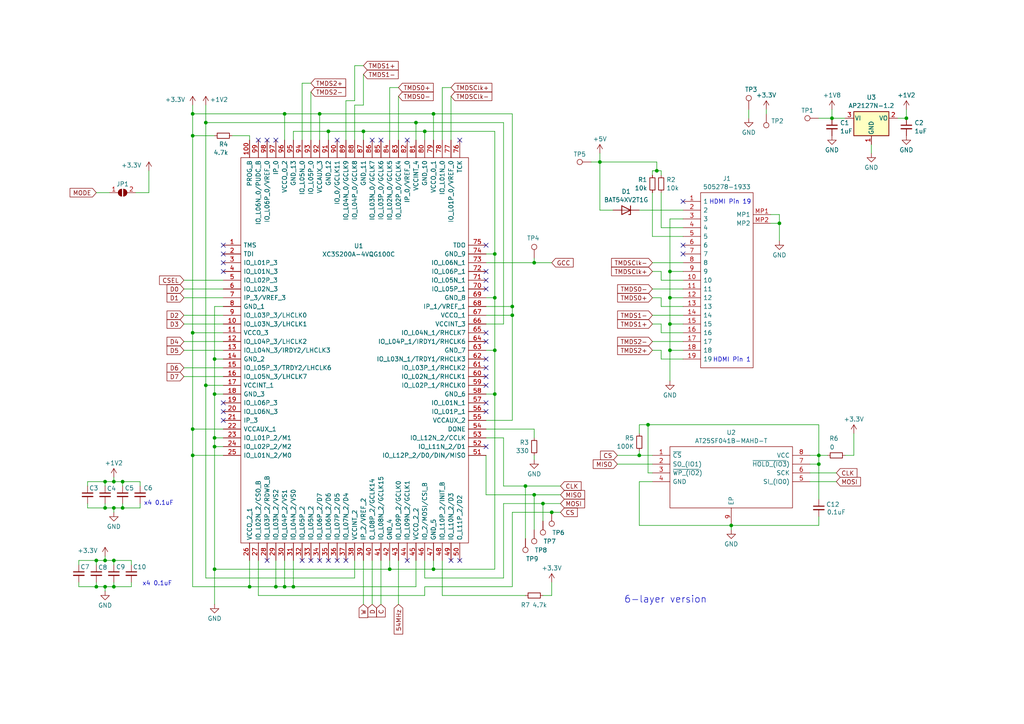
<source format=kicad_sch>
(kicad_sch (version 20231120) (generator "eeschema") (generator_version "8.0")
  (paper "A4")
  (lib_symbols
    (symbol "Connector:TestPoint" (pin_numbers hide) (pin_names (offset 0.762) hide)
      (property "Reference" "TP" (at 0 6.858 0))
      (property "Value" "TestPoint" (at 0 5.08 0))
      (symbol "TestPoint_1_1"
        (pin passive line (at 0 0 90) (length 2.54) (name "1") (number "1"))
      )
    )
    (symbol "Device:C_Small" (pin_numbers hide) (pin_names (offset 0.254) hide)
      (property "Reference" "C" (at 0.254 1.778 0))
      (property "Value" "C_Small" (at 0.254 -2.032 0))
      (symbol "C_Small_1_1"
        (pin passive line (at 0 2.54 270) (length 2.032) (name "~") (number "1"))
        (pin passive line (at 0 -2.54 90) (length 2.032) (name "~") (number "2"))
      )
    )
    (symbol "Device:R_Small" (pin_numbers hide) (pin_names (offset 0.254) hide)
      (property "Reference" "R" (at 0.762 0.508 0))
      (property "Value" "R_Small" (at 0.762 -1.016 0))
      (symbol "R_Small_1_1"
        (pin passive line (at 0 2.54 270) (length 0.762) (name "~") (number "1"))
        (pin passive line (at 0 -2.54 90) (length 0.762) (name "~") (number "2"))
      )
    )
    (symbol "Diode:MM5Zxx" (pin_numbers hide) (pin_names hide)
      (property "Reference" "D" (at 0 2.54 0))
      (property "Value" "MM5Zxx" (at 0 -2.54 0))
      (symbol "MM5Zxx_1_1"
        (pin passive line (at -3.81 0 0) (length 2.54) (name "K") (number "1"))
        (pin passive line (at 3.81 0 180) (length 2.54) (name "A") (number "2"))
      )
    )
    (symbol "Jumper:SolderJumper_2_Open" (pin_names (offset 0) hide)
      (property "Reference" "JP" (at 0 2.032 0))
      (property "Value" "SolderJumper_2_Open" (at 0 -2.54 0))
      (symbol "SolderJumper_2_Open_1_1"
        (pin passive line (at -3.81 0 0) (length 2.54) (name "A") (number "1"))
        (pin passive line (at 3.81 0 180) (length 2.54) (name "B") (number "2"))
      )
    )
    (symbol "Regulator_Linear:AP2127N-1.2" (pin_names (offset 0.254))
      (property "Reference" "U" (at -3.81 3.175 0))
      (property "Value" "AP2127N-1.2" (at 0 3.175 0))
      (symbol "AP2127N-1.2_1_1"
        (pin power_in line (at 0 -7.62 90) (length 2.54) (name "GND") (number "1"))
        (pin power_out line (at 7.62 0 180) (length 2.54) (name "VO") (number "2"))
        (pin power_in line (at -7.62 0 0) (length 2.54) (name "VI") (number "3"))
      )
    )
    (symbol "SamacSys_Parts:505278-1933" (pin_names (offset 0.762))
      (property "Reference" "J23" (at 12.7 6.6337 0))
      (property "Value" "505278-1933" (at 12.7 4.2094 0))
      (symbol "505278-1933_0_0"
        (pin passive line (at 25.4 0 180) (length 5.08) (name "1") (number "1"))
        (pin passive line (at 25.4 -22.86 180) (length 5.08) (name "10") (number "10"))
        (pin passive line (at 25.4 -25.4 180) (length 5.08) (name "11") (number "11"))
        (pin passive line (at 25.4 -27.94 180) (length 5.08) (name "12") (number "12"))
        (pin passive line (at 25.4 -30.48 180) (length 5.08) (name "13") (number "13"))
        (pin passive line (at 25.4 -33.02 180) (length 5.08) (name "14") (number "14"))
        (pin passive line (at 25.4 -35.56 180) (length 5.08) (name "15") (number "15"))
        (pin passive line (at 25.4 -38.1 180) (length 5.08) (name "16") (number "16"))
        (pin passive line (at 25.4 -40.64 180) (length 5.08) (name "17") (number "17"))
        (pin passive line (at 25.4 -43.18 180) (length 5.08) (name "18") (number "18"))
        (pin passive line (at 25.4 -45.72 180) (length 5.08) (name "19") (number "19"))
        (pin passive line (at 25.4 -2.54 180) (length 5.08) (name "2") (number "2"))
        (pin passive line (at 25.4 -5.08 180) (length 5.08) (name "3") (number "3"))
        (pin passive line (at 25.4 -7.62 180) (length 5.08) (name "4") (number "4"))
        (pin passive line (at 25.4 -10.16 180) (length 5.08) (name "5") (number "5"))
        (pin passive line (at 25.4 -12.7 180) (length 5.08) (name "6") (number "6"))
        (pin passive line (at 25.4 -15.24 180) (length 5.08) (name "7") (number "7"))
        (pin passive line (at 25.4 -17.78 180) (length 5.08) (name "8") (number "8"))
        (pin passive line (at 25.4 -20.32 180) (length 5.08) (name "9") (number "9"))
        (pin passive line (at 0 -3.81 0) (length 5.08) (name "MP1") (number "MP1"))
        (pin passive line (at 0 -6.35 0) (length 5.08) (name "MP2") (number "MP2"))
      )
    )
    (symbol "SamacSys_Parts:AT25SF041B-MAHD-T" (pin_names (offset 0.762))
      (property "Reference" "IC" (at 41.91 7.62 0))
      (property "Value" "AT25SF041B-MAHD-T" (at 41.91 5.08 0))
      (symbol "AT25SF041B-MAHD-T_0_0"
        (pin passive line (at 0 0 0) (length 5.08) (name "~{CS}") (number "1"))
        (pin passive line (at 0 -2.54 0) (length 5.08) (name "SO_(IO1)") (number "2"))
        (pin passive line (at 0 -5.08 0) (length 5.08) (name "~{WP_(IO2})") (number "3"))
        (pin passive line (at 0 -7.62 0) (length 5.08) (name "GND") (number "4"))
        (pin passive line (at 45.72 -7.62 180) (length 5.08) (name "SI_(IO0)") (number "5"))
        (pin passive line (at 45.72 -5.08 180) (length 5.08) (name "SCK") (number "6"))
        (pin passive line (at 45.72 -2.54 180) (length 5.08) (name "~{HOLD_(IO3})") (number "7"))
        (pin passive line (at 45.72 0 180) (length 5.08) (name "VCC") (number "8"))
        (pin passive line (at 22.86 -20.32 90) (length 5.08) (name "EP") (number "9"))
      )
    )
    (symbol "SamacSys_Parts:XC3S200A-4VQG100C" (pin_names (offset 0.762))
      (property "Reference" "IC" (at 72.39 30.48 0))
      (property "Value" "XC3S200A-4VQG100C" (at 72.39 27.94 0))
      (symbol "XC3S200A-4VQG100C_0_0"
        (pin passive line (at 0 0 0) (length 5.08) (name "TMS") (number "1"))
        (pin passive line (at 0 -22.86 0) (length 5.08) (name "IO_L03N_3/LHCLK1") (number "10"))
        (pin passive line (at 7.62 30.48 270) (length 5.08) (name "PROG_B") (number "100"))
        (pin passive line (at 0 -25.4 0) (length 5.08) (name "VCCO_3") (number "11"))
        (pin passive line (at 0 -27.94 0) (length 5.08) (name "IO_L04P_3/LHCLK2") (number "12"))
        (pin passive line (at 0 -30.48 0) (length 5.08) (name "IO_L04N_3/IRDY2/LHCLK3") (number "13"))
        (pin passive line (at 0 -33.02 0) (length 5.08) (name "GND_2") (number "14"))
        (pin passive line (at 0 -35.56 0) (length 5.08) (name "IO_L05P_3/TRDY2/LHCLK6") (number "15"))
        (pin passive line (at 0 -38.1 0) (length 5.08) (name "IO_L05N_3/LHCLK7") (number "16"))
        (pin passive line (at 0 -40.64 0) (length 5.08) (name "VCCINT_1") (number "17"))
        (pin passive line (at 0 -43.18 0) (length 5.08) (name "GND_3") (number "18"))
        (pin passive line (at 0 -45.72 0) (length 5.08) (name "IO_L06P_3") (number "19"))
        (pin passive line (at 0 -2.54 0) (length 5.08) (name "TDI") (number "2"))
        (pin passive line (at 0 -48.26 0) (length 5.08) (name "IO_L06N_3") (number "20"))
        (pin passive line (at 0 -50.8 0) (length 5.08) (name "IP_3") (number "21"))
        (pin passive line (at 0 -53.34 0) (length 5.08) (name "VCCAUX_1") (number "22"))
        (pin passive line (at 0 -55.88 0) (length 5.08) (name "IO_L01P_2/M1") (number "23"))
        (pin passive line (at 0 -58.42 0) (length 5.08) (name "IO_L02P_2/M2") (number "24"))
        (pin passive line (at 0 -60.96 0) (length 5.08) (name "IO_L01N_2/M0") (number "25"))
        (pin passive line (at 7.62 -91.44 90) (length 5.08) (name "VCCO_2_1") (number "26"))
        (pin passive line (at 10.16 -91.44 90) (length 5.08) (name "IO_L02N_2/CSO_B") (number "27"))
        (pin passive line (at 12.7 -91.44 90) (length 5.08) (name "IO_L03P_2/RDWR_B") (number "28"))
        (pin passive line (at 15.24 -91.44 90) (length 5.08) (name "IO_L03N_2/VS2") (number "29"))
        (pin passive line (at 0 -5.08 0) (length 5.08) (name "IO_L01P_3") (number "3"))
        (pin passive line (at 17.78 -91.44 90) (length 5.08) (name "IO_L04P_2/VS1") (number "30"))
        (pin passive line (at 20.32 -91.44 90) (length 5.08) (name "IO_L04N_2/VS0") (number "31"))
        (pin passive line (at 22.86 -91.44 90) (length 5.08) (name "IO_L05P_2") (number "32"))
        (pin passive line (at 25.4 -91.44 90) (length 5.08) (name "IO_L05N_2") (number "33"))
        (pin passive line (at 27.94 -91.44 90) (length 5.08) (name "IO_L06P_2/D7") (number "34"))
        (pin passive line (at 30.48 -91.44 90) (length 5.08) (name "IO_L06N_2/D6") (number "35"))
        (pin passive line (at 33.02 -91.44 90) (length 5.08) (name "IO_L07P_2/D5") (number "36"))
        (pin passive line (at 35.56 -91.44 90) (length 5.08) (name "IO_L07N_2/D4") (number "37"))
        (pin passive line (at 38.1 -91.44 90) (length 5.08) (name "VCCINT_2") (number "38"))
        (pin passive line (at 40.64 -91.44 90) (length 5.08) (name "IP_2/VREF_2") (number "39"))
        (pin passive line (at 0 -7.62 0) (length 5.08) (name "IO_L01N_3") (number "4"))
        (pin passive line (at 43.18 -91.44 90) (length 5.08) (name "O_L08P_2/GCLK14") (number "40"))
        (pin passive line (at 45.72 -91.44 90) (length 5.08) (name "IO_L08N_2/GCLK15") (number "41"))
        (pin passive line (at 48.26 -91.44 90) (length 5.08) (name "GND_4") (number "42"))
        (pin passive line (at 50.8 -91.44 90) (length 5.08) (name "IO_L09P_2/GCLK0") (number "43"))
        (pin passive line (at 53.34 -91.44 90) (length 5.08) (name "IO_L09N_2/GCLK1") (number "44"))
        (pin passive line (at 55.88 -91.44 90) (length 5.08) (name "VCCO_2_2") (number "45"))
        (pin passive line (at 58.42 -91.44 90) (length 5.08) (name "IO_2/MOSI/CSI_B") (number "46"))
        (pin passive line (at 60.96 -91.44 90) (length 5.08) (name "GND_5") (number "47"))
        (pin passive line (at 63.5 -91.44 90) (length 5.08) (name "IO_L10P_2/INIT_B") (number "48"))
        (pin passive line (at 66.04 -91.44 90) (length 5.08) (name "IO_L10N_2/D3") (number "49"))
        (pin passive line (at 0 -10.16 0) (length 5.08) (name "IO_L02P_3") (number "5"))
        (pin passive line (at 68.58 -91.44 90) (length 5.08) (name "O_L11P_2/D2") (number "50"))
        (pin passive line (at 76.2 -60.96 180) (length 5.08) (name "IO_L12P_2/D0/DIN/MISO") (number "51"))
        (pin passive line (at 76.2 -58.42 180) (length 5.08) (name "IO_L11N_2/D1") (number "52"))
        (pin passive line (at 76.2 -55.88 180) (length 5.08) (name "IO_L12N_2/CCLK") (number "53"))
        (pin passive line (at 76.2 -53.34 180) (length 5.08) (name "DONE") (number "54"))
        (pin passive line (at 76.2 -50.8 180) (length 5.08) (name "VCCAUX_2") (number "55"))
        (pin passive line (at 76.2 -48.26 180) (length 5.08) (name "IO_L01P_1") (number "56"))
        (pin passive line (at 76.2 -45.72 180) (length 5.08) (name "IO_L01N_1") (number "57"))
        (pin passive line (at 76.2 -43.18 180) (length 5.08) (name "GND_6") (number "58"))
        (pin passive line (at 76.2 -40.64 180) (length 5.08) (name "IO_L02P_1/RHCLK0") (number "59"))
        (pin passive line (at 0 -12.7 0) (length 5.08) (name "IO_L02N_3") (number "6"))
        (pin passive line (at 76.2 -38.1 180) (length 5.08) (name "IO_L02N_1/RHCLK1") (number "60"))
        (pin passive line (at 76.2 -35.56 180) (length 5.08) (name "IO_L03P_1/RHCLK2") (number "61"))
        (pin passive line (at 76.2 -33.02 180) (length 5.08) (name "IO_L03N_1/TRDY1/RHCLK3") (number "62"))
        (pin passive line (at 76.2 -30.48 180) (length 5.08) (name "GND_7") (number "63"))
        (pin passive line (at 76.2 -27.94 180) (length 5.08) (name "IO_L04P_1/IRDY1/RHCLK6") (number "64"))
        (pin passive line (at 76.2 -25.4 180) (length 5.08) (name "IO_L04N_1/RHCLK7") (number "65"))
        (pin passive line (at 76.2 -22.86 180) (length 5.08) (name "VCCINT_3") (number "66"))
        (pin passive line (at 76.2 -20.32 180) (length 5.08) (name "VCCO_1") (number "67"))
        (pin passive line (at 76.2 -17.78 180) (length 5.08) (name "IP_1/VREF_1") (number "68"))
        (pin passive line (at 76.2 -15.24 180) (length 5.08) (name "GND_8") (number "69"))
        (pin passive line (at 0 -15.24 0) (length 5.08) (name "IP_3/VREF_3") (number "7"))
        (pin passive line (at 76.2 -12.7 180) (length 5.08) (name "IO_L05P_1") (number "70"))
        (pin passive line (at 76.2 -10.16 180) (length 5.08) (name "IO_L05N_1") (number "71"))
        (pin passive line (at 76.2 -7.62 180) (length 5.08) (name "IO_L06P_1") (number "72"))
        (pin passive line (at 76.2 -5.08 180) (length 5.08) (name "IO_L06N_1") (number "73"))
        (pin passive line (at 76.2 -2.54 180) (length 5.08) (name "GND_9") (number "74"))
        (pin passive line (at 76.2 0 180) (length 5.08) (name "TDO") (number "75"))
        (pin passive line (at 68.58 30.48 270) (length 5.08) (name "TCK") (number "76"))
        (pin passive line (at 66.04 30.48 270) (length 5.08) (name "IO_L01P_0/VREF_0") (number "77"))
        (pin passive line (at 63.5 30.48 270) (length 5.08) (name "IO_L01N_0") (number "78"))
        (pin passive line (at 60.96 30.48 270) (length 5.08) (name "VCCO_0_1") (number "79"))
        (pin passive line (at 0 -17.78 0) (length 5.08) (name "GND_1") (number "8"))
        (pin passive line (at 58.42 30.48 270) (length 5.08) (name "GND_10") (number "80"))
        (pin passive line (at 55.88 30.48 270) (length 5.08) (name "VCCINT_4") (number "81"))
        (pin passive line (at 53.34 30.48 270) (length 5.08) (name "IP_0/VREF_0") (number "82"))
        (pin passive line (at 50.8 30.48 270) (length 5.08) (name "IO_L02P_0/GCLK4") (number "83"))
        (pin passive line (at 48.26 30.48 270) (length 5.08) (name "IO_L02N_0/GCLK5") (number "84"))
        (pin passive line (at 45.72 30.48 270) (length 5.08) (name "IO_L03P_0/GCLK6") (number "85"))
        (pin passive line (at 43.18 30.48 270) (length 5.08) (name "IO_L03N_0/GCLK7") (number "86"))
        (pin passive line (at 40.64 30.48 270) (length 5.08) (name "GND_11") (number "87"))
        (pin passive line (at 38.1 30.48 270) (length 5.08) (name "IO_L04P_0/GCLK8") (number "88"))
        (pin passive line (at 35.56 30.48 270) (length 5.08) (name "IO_L04N_0/GCLK9") (number "89"))
        (pin passive line (at 0 -20.32 0) (length 5.08) (name "IO_L03P_3/LHCLK0") (number "9"))
        (pin passive line (at 33.02 30.48 270) (length 5.08) (name "IO_0/GCLK11") (number "90"))
        (pin passive line (at 30.48 30.48 270) (length 5.08) (name "GND_12") (number "91"))
        (pin passive line (at 27.94 30.48 270) (length 5.08) (name "VCCAUX_3") (number "92"))
        (pin passive line (at 25.4 30.48 270) (length 5.08) (name "IO_L05P_0") (number "93"))
        (pin passive line (at 22.86 30.48 270) (length 5.08) (name "IO_L05N_0") (number "94"))
        (pin passive line (at 20.32 30.48 270) (length 5.08) (name "GND_13") (number "95"))
        (pin passive line (at 17.78 30.48 270) (length 5.08) (name "VCCO_0_2") (number "96"))
        (pin passive line (at 15.24 30.48 270) (length 5.08) (name "IP_0") (number "97"))
        (pin passive line (at 12.7 30.48 270) (length 5.08) (name "IO_L06P_0/VREF_0") (number "98"))
        (pin passive line (at 10.16 30.48 270) (length 5.08) (name "IO_L06N_0/PUDC_B") (number "99"))
      )
    )
    (symbol "power:+1V2" (power) (pin_names (offset 0))
      (property "Value" "+1V2" (at 0 3.556 0))
      (symbol "+1V2_1_1"
        (pin power_in line (at 0 0 90) (length 0) hide (name "+1V2") (number "1"))
      )
    )
    (symbol "power:+1V8" (power) (pin_names (offset 0))
      (property "Value" "+1V8" (at 0 3.556 0))
      (symbol "+1V8_1_1"
        (pin power_in line (at 0 0 90) (length 0) hide (name "+1V8") (number "1"))
      )
    )
    (symbol "power:+3.3V" (power) (pin_names (offset 0))
      (property "Value" "+3.3V" (at 0 3.556 0))
      (symbol "+3.3V_1_1"
        (pin power_in line (at 0 0 90) (length 0) hide (name "+3.3V") (number "1"))
      )
    )
    (symbol "power:+5V" (power) (pin_names (offset 0))
      (property "Value" "+5V" (at 0 3.556 0))
      (symbol "+5V_1_1"
        (pin power_in line (at 0 0 90) (length 0) hide (name "+5V") (number "1"))
      )
    )
    (symbol "power:GND" (power) (pin_names (offset 0))
      (property "Value" "GND" (at 0 -3.81 0))
      (symbol "GND_1_1"
        (pin power_in line (at 0 0 270) (length 0) hide (name "GND") (number "1"))
      )
    )
  )
  (junction (at 212.09 152.4))
  (junction (at 82.55 33.02))
  (junction (at 27.94 170.18))
  (junction (at 55.88 96.52))
  (junction (at 143.51 86.36))
  (junction (at 62.23 127))
  (junction (at 80.01 170.18))
  (junction (at 59.69 35.56))
  (junction (at 92.71 33.02))
  (junction (at 152.4 140.97))
  (junction (at 55.88 124.46))
  (junction (at 30.48 139.7))
  (junction (at 190.5 49.53))
  (junction (at 194.31 93.98))
  (junction (at 120.65 35.56))
  (junction (at 35.56 139.7))
  (junction (at 59.69 111.76))
  (junction (at 237.49 132.08))
  (junction (at 143.51 73.66))
  (junction (at 82.55 170.18))
  (junction (at 33.02 162.56))
  (junction (at 62.23 104.14))
  (junction (at 105.41 38.1))
  (junction (at 33.02 139.7))
  (junction (at 148.59 91.44))
  (junction (at 143.51 101.6))
  (junction (at 194.31 101.6))
  (junction (at 237.49 134.62))
  (junction (at 123.19 38.1))
  (junction (at 30.48 162.56))
  (junction (at 30.48 170.18))
  (junction (at 160.02 148.59))
  (junction (at 154.94 76.2))
  (junction (at 85.09 170.18))
  (junction (at 113.03 165.1))
  (junction (at 148.59 88.9))
  (junction (at 262.89 34.29))
  (junction (at 194.31 86.36))
  (junction (at 157.48 146.05))
  (junction (at 226.06 64.77))
  (junction (at 95.25 38.1))
  (junction (at 125.73 165.1))
  (junction (at 35.56 147.32))
  (junction (at 30.48 147.32))
  (junction (at 62.23 114.3))
  (junction (at 125.73 33.02))
  (junction (at 55.88 132.08))
  (junction (at 62.23 165.1))
  (junction (at 185.42 132.08))
  (junction (at 33.02 147.32))
  (junction (at 72.39 170.18))
  (junction (at 55.88 39.37))
  (junction (at 27.94 162.56))
  (junction (at 33.02 170.18))
  (junction (at 55.88 33.02))
  (junction (at 143.51 114.3))
  (junction (at 241.3 34.29))
  (junction (at 154.94 143.51))
  (junction (at 173.99 46.99))
  (junction (at 194.31 78.74))
  (junction (at 187.96 123.19))
  (junction (at 62.23 129.54))
  (no_connect (at 64.77 121.92))
  (no_connect (at 198.12 71.12))
  (no_connect (at 140.97 104.14))
  (no_connect (at 140.97 129.54))
  (no_connect (at 140.97 109.22))
  (no_connect (at 64.77 116.84))
  (no_connect (at 140.97 71.12))
  (no_connect (at 140.97 119.38))
  (no_connect (at 140.97 78.74))
  (no_connect (at 198.12 73.66))
  (no_connect (at 74.93 40.64))
  (no_connect (at 97.79 162.56))
  (no_connect (at 140.97 106.68))
  (no_connect (at 198.12 58.42))
  (no_connect (at 140.97 111.76))
  (no_connect (at 133.35 162.56))
  (no_connect (at 140.97 99.06))
  (no_connect (at 110.49 40.64))
  (no_connect (at 64.77 71.12))
  (no_connect (at 97.79 40.64))
  (no_connect (at 140.97 81.28))
  (no_connect (at 95.25 162.56))
  (no_connect (at 92.71 162.56))
  (no_connect (at 64.77 76.2))
  (no_connect (at 64.77 78.74))
  (no_connect (at 77.47 162.56))
  (no_connect (at 64.77 73.66))
  (no_connect (at 77.47 40.64))
  (no_connect (at 90.17 162.56))
  (no_connect (at 107.95 40.64))
  (no_connect (at 133.35 40.64))
  (no_connect (at 118.11 40.64))
  (no_connect (at 140.97 83.82))
  (no_connect (at 80.01 40.64))
  (no_connect (at 87.63 162.56))
  (no_connect (at 140.97 116.84))
  (no_connect (at 140.97 96.52))
  (no_connect (at 100.33 162.56))
  (no_connect (at 130.81 162.56))
  (no_connect (at 118.11 162.56))
  (no_connect (at 64.77 119.38))
  (wire (pts (xy 212.09 152.4) (xy 212.09 153.67)))
  (wire (pts (xy 33.02 139.7) (xy 35.56 139.7)))
  (wire (pts (xy 22.86 163.83) (xy 22.86 162.56)))
  (wire (pts (xy 148.59 121.92) (xy 140.97 121.92)))
  (wire (pts (xy 185.42 125.73) (xy 185.42 123.19)))
  (wire (pts (xy 113.03 25.4) (xy 113.03 40.64)))
  (wire (pts (xy 130.81 27.94) (xy 130.81 40.64)))
  (wire (pts (xy 189.23 49.53) (xy 190.5 49.53)))
  (wire (pts (xy 226.06 69.85) (xy 226.06 64.77)))
  (wire (pts (xy 148.59 33.02) (xy 148.59 88.9)))
  (wire (pts (xy 22.86 168.91) (xy 22.86 170.18)))
  (wire (pts (xy 53.34 99.06) (xy 64.77 99.06)))
  (wire (pts (xy 67.31 39.37) (xy 72.39 39.37)))
  (wire (pts (xy 27.94 168.91) (xy 27.94 170.18)))
  (wire (pts (xy 194.31 101.6) (xy 194.31 93.98)))
  (wire (pts (xy 146.05 93.98) (xy 140.97 93.98)))
  (wire (pts (xy 154.94 143.51) (xy 154.94 153.67)))
  (wire (pts (xy 143.51 73.66) (xy 143.51 38.1)))
  (wire (pts (xy 33.02 147.32) (xy 33.02 148.59)))
  (wire (pts (xy 27.94 162.56) (xy 27.94 163.83)))
  (wire (pts (xy 102.87 29.21) (xy 100.33 29.21)))
  (wire (pts (xy 62.23 127) (xy 64.77 127)))
  (wire (pts (xy 189.23 86.36) (xy 191.77 86.36)))
  (wire (pts (xy 74.93 162.56) (xy 74.93 172.72)))
  (wire (pts (xy 173.99 60.96) (xy 173.99 46.99)))
  (wire (pts (xy 189.23 101.6) (xy 191.77 101.6)))
  (wire (pts (xy 115.57 162.56) (xy 115.57 175.26)))
  (wire (pts (xy 173.99 44.45) (xy 173.99 46.99)))
  (wire (pts (xy 154.94 127) (xy 154.94 124.46)))
  (wire (pts (xy 226.06 62.23) (xy 223.52 62.23)))
  (wire (pts (xy 173.99 46.99) (xy 190.5 46.99)))
  (wire (pts (xy 59.69 167.64) (xy 102.87 167.64)))
  (wire (pts (xy 140.97 114.3) (xy 143.51 114.3)))
  (wire (pts (xy 62.23 165.1) (xy 113.03 165.1)))
  (wire (pts (xy 194.31 78.74) (xy 198.12 78.74)))
  (wire (pts (xy 95.25 38.1) (xy 95.25 40.64)))
  (wire (pts (xy 33.02 138.43) (xy 33.02 139.7)))
  (wire (pts (xy 185.42 60.96) (xy 198.12 60.96)))
  (wire (pts (xy 140.97 124.46) (xy 154.94 124.46)))
  (wire (pts (xy 260.35 34.29) (xy 262.89 34.29)))
  (wire (pts (xy 25.4 140.97) (xy 25.4 139.7)))
  (wire (pts (xy 30.48 170.18) (xy 33.02 170.18)))
  (wire (pts (xy 194.31 78.74) (xy 194.31 63.5)))
  (wire (pts (xy 148.59 91.44) (xy 148.59 121.92)))
  (wire (pts (xy 35.56 139.7) (xy 40.64 139.7)))
  (wire (pts (xy 146.05 167.64) (xy 146.05 146.05)))
  (wire (pts (xy 140.97 143.51) (xy 154.94 143.51)))
  (wire (pts (xy 53.34 83.82) (xy 64.77 83.82)))
  (wire (pts (xy 125.73 165.1) (xy 143.51 165.1)))
  (wire (pts (xy 35.56 139.7) (xy 35.56 140.97)))
  (wire (pts (xy 92.71 33.02) (xy 92.71 40.64)))
  (wire (pts (xy 25.4 146.05) (xy 25.4 147.32)))
  (wire (pts (xy 189.23 93.98) (xy 191.77 93.98)))
  (wire (pts (xy 25.4 139.7) (xy 30.48 139.7)))
  (wire (pts (xy 80.01 170.18) (xy 82.55 170.18)))
  (wire (pts (xy 38.1 163.83) (xy 38.1 162.56)))
  (wire (pts (xy 30.48 146.05) (xy 30.48 147.32)))
  (wire (pts (xy 102.87 30.48) (xy 105.41 30.48)))
  (wire (pts (xy 59.69 35.56) (xy 59.69 111.76)))
  (wire (pts (xy 189.23 83.82) (xy 198.12 83.82)))
  (wire (pts (xy 140.97 76.2) (xy 154.94 76.2)))
  (wire (pts (xy 55.88 96.52) (xy 64.77 96.52)))
  (wire (pts (xy 38.1 168.91) (xy 38.1 170.18)))
  (wire (pts (xy 143.51 165.1) (xy 143.51 114.3)))
  (wire (pts (xy 123.19 162.56) (xy 123.19 167.64)))
  (wire (pts (xy 105.41 38.1) (xy 105.41 40.64)))
  (wire (pts (xy 123.19 38.1) (xy 105.41 38.1)))
  (wire (pts (xy 30.48 161.29) (xy 30.48 162.56)))
  (wire (pts (xy 194.31 93.98) (xy 198.12 93.98)))
  (wire (pts (xy 140.97 73.66) (xy 143.51 73.66)))
  (wire (pts (xy 110.49 162.56) (xy 110.49 175.26)))
  (wire (pts (xy 102.87 19.05) (xy 102.87 29.21)))
  (wire (pts (xy 53.34 86.36) (xy 64.77 86.36)))
  (wire (pts (xy 40.64 146.05) (xy 40.64 147.32)))
  (wire (pts (xy 198.12 88.9) (xy 191.77 88.9)))
  (wire (pts (xy 123.19 170.18) (xy 148.59 170.18)))
  (wire (pts (xy 146.05 127) (xy 146.05 140.97)))
  (wire (pts (xy 148.59 88.9) (xy 148.59 91.44)))
  (wire (pts (xy 190.5 49.53) (xy 191.77 49.53)))
  (wire (pts (xy 30.48 139.7) (xy 30.48 140.97)))
  (wire (pts (xy 53.34 106.68) (xy 64.77 106.68)))
  (wire (pts (xy 62.23 129.54) (xy 62.23 165.1)))
  (wire (pts (xy 185.42 123.19) (xy 187.96 123.19)))
  (wire (pts (xy 237.49 152.4) (xy 237.49 149.86)))
  (wire (pts (xy 53.34 93.98) (xy 64.77 93.98)))
  (wire (pts (xy 27.94 170.18) (xy 30.48 170.18)))
  (wire (pts (xy 55.88 170.18) (xy 72.39 170.18)))
  (wire (pts (xy 189.23 78.74) (xy 191.77 78.74)))
  (wire (pts (xy 64.77 111.76) (xy 59.69 111.76)))
  (wire (pts (xy 189.23 137.16) (xy 187.96 137.16)))
  (wire (pts (xy 146.05 93.98) (xy 146.05 35.56)))
  (wire (pts (xy 191.77 66.04) (xy 198.12 66.04)))
  (wire (pts (xy 237.49 123.19) (xy 237.49 132.08)))
  (wire (pts (xy 185.42 132.08) (xy 189.23 132.08)))
  (wire (pts (xy 85.09 38.1) (xy 95.25 38.1)))
  (wire (pts (xy 189.23 55.88) (xy 189.23 68.58)))
  (wire (pts (xy 43.18 49.53) (xy 43.18 55.88)))
  (wire (pts (xy 55.88 132.08) (xy 55.88 170.18)))
  (wire (pts (xy 113.03 162.56) (xy 113.03 165.1)))
  (wire (pts (xy 55.88 124.46) (xy 64.77 124.46)))
  (wire (pts (xy 55.88 33.02) (xy 55.88 39.37)))
  (wire (pts (xy 262.89 31.75) (xy 262.89 34.29)))
  (wire (pts (xy 105.41 21.59) (xy 105.41 30.48)))
  (wire (pts (xy 125.73 162.56) (xy 125.73 165.1)))
  (wire (pts (xy 22.86 162.56) (xy 27.94 162.56)))
  (wire (pts (xy 222.25 31.75) (xy 222.25 33.02)))
  (wire (pts (xy 160.02 148.59) (xy 162.56 148.59)))
  (wire (pts (xy 143.51 86.36) (xy 143.51 73.66)))
  (wire (pts (xy 72.39 170.18) (xy 72.39 162.56)))
  (wire (pts (xy 25.4 147.32) (xy 30.48 147.32)))
  (wire (pts (xy 62.23 104.14) (xy 64.77 104.14)))
  (wire (pts (xy 64.77 88.9) (xy 62.23 88.9)))
  (wire (pts (xy 189.23 99.06) (xy 198.12 99.06)))
  (wire (pts (xy 140.97 88.9) (xy 148.59 88.9)))
  (wire (pts (xy 113.03 165.1) (xy 125.73 165.1)))
  (wire (pts (xy 85.09 170.18) (xy 120.65 170.18)))
  (wire (pts (xy 140.97 101.6) (xy 143.51 101.6)))
  (wire (pts (xy 30.48 170.18) (xy 30.48 171.45)))
  (wire (pts (xy 191.77 81.28) (xy 191.77 78.74)))
  (wire (pts (xy 237.49 132.08) (xy 237.49 134.62)))
  (wire (pts (xy 140.97 86.36) (xy 143.51 86.36)))
  (wire (pts (xy 59.69 35.56) (xy 120.65 35.56)))
  (wire (pts (xy 40.64 139.7) (xy 40.64 140.97)))
  (wire (pts (xy 212.09 152.4) (xy 237.49 152.4)))
  (wire (pts (xy 105.41 19.05) (xy 102.87 19.05)))
  (wire (pts (xy 80.01 162.56) (xy 80.01 170.18)))
  (wire (pts (xy 33.02 162.56) (xy 38.1 162.56)))
  (wire (pts (xy 53.34 101.6) (xy 64.77 101.6)))
  (wire (pts (xy 237.49 132.08) (xy 240.03 132.08)))
  (wire (pts (xy 185.42 139.7) (xy 185.42 152.4)))
  (wire (pts (xy 30.48 139.7) (xy 33.02 139.7)))
  (wire (pts (xy 55.88 132.08) (xy 64.77 132.08)))
  (wire (pts (xy 72.39 40.64) (xy 72.39 39.37)))
  (wire (pts (xy 82.55 170.18) (xy 85.09 170.18)))
  (wire (pts (xy 191.77 104.14) (xy 191.77 101.6)))
  (wire (pts (xy 189.23 68.58) (xy 198.12 68.58)))
  (wire (pts (xy 245.11 132.08) (xy 247.65 132.08)))
  (wire (pts (xy 241.3 34.29) (xy 245.11 34.29)))
  (wire (pts (xy 194.31 93.98) (xy 194.31 86.36)))
  (wire (pts (xy 130.81 25.4) (xy 128.27 25.4)))
  (wire (pts (xy 234.95 134.62) (xy 237.49 134.62)))
  (wire (pts (xy 113.03 25.4) (xy 115.57 25.4)))
  (wire (pts (xy 198.12 81.28) (xy 191.77 81.28)))
  (wire (pts (xy 140.97 132.08) (xy 140.97 143.51)))
  (wire (pts (xy 125.73 33.02) (xy 125.73 40.64)))
  (wire (pts (xy 148.59 91.44) (xy 140.97 91.44)))
  (wire (pts (xy 241.3 31.75) (xy 241.3 34.29)))
  (wire (pts (xy 177.8 60.96) (xy 173.99 60.96)))
  (wire (pts (xy 33.02 170.18) (xy 38.1 170.18)))
  (wire (pts (xy 123.19 172.72) (xy 123.19 170.18)))
  (wire (pts (xy 30.48 162.56) (xy 33.02 162.56)))
  (wire (pts (xy 160.02 172.72) (xy 157.48 172.72)))
  (wire (pts (xy 102.87 40.64) (xy 102.87 30.48)))
  (wire (pts (xy 90.17 26.67) (xy 90.17 40.64)))
  (wire (pts (xy 22.86 170.18) (xy 27.94 170.18)))
  (wire (pts (xy 120.65 35.56) (xy 120.65 40.64)))
  (wire (pts (xy 237.49 34.29) (xy 241.3 34.29)))
  (wire (pts (xy 154.94 143.51) (xy 162.56 143.51)))
  (wire (pts (xy 55.88 33.02) (xy 82.55 33.02)))
  (wire (pts (xy 189.23 76.2) (xy 198.12 76.2)))
  (wire (pts (xy 105.41 162.56) (xy 105.41 175.26)))
  (wire (pts (xy 85.09 40.64) (xy 85.09 38.1)))
  (wire (pts (xy 179.07 134.62) (xy 189.23 134.62)))
  (wire (pts (xy 187.96 123.19) (xy 237.49 123.19)))
  (wire (pts (xy 33.02 147.32) (xy 35.56 147.32)))
  (wire (pts (xy 154.94 76.2) (xy 160.02 76.2)))
  (wire (pts (xy 237.49 134.62) (xy 237.49 144.78)))
  (wire (pts (xy 55.88 39.37) (xy 55.88 96.52)))
  (wire (pts (xy 148.59 170.18) (xy 148.59 148.59)))
  (wire (pts (xy 30.48 147.32) (xy 33.02 147.32)))
  (wire (pts (xy 190.5 46.99) (xy 190.5 49.53)))
  (wire (pts (xy 152.4 140.97) (xy 162.56 140.97)))
  (wire (pts (xy 35.56 147.32) (xy 40.64 147.32)))
  (wire (pts (xy 146.05 140.97) (xy 152.4 140.97)))
  (wire (pts (xy 82.55 33.02) (xy 82.55 40.64)))
  (wire (pts (xy 62.23 88.9) (xy 62.23 104.14)))
  (wire (pts (xy 247.65 125.73) (xy 247.65 132.08)))
  (wire (pts (xy 125.73 33.02) (xy 148.59 33.02)))
  (wire (pts (xy 198.12 104.14) (xy 191.77 104.14)))
  (wire (pts (xy 189.23 139.7) (xy 185.42 139.7)))
  (wire (pts (xy 82.55 33.02) (xy 92.71 33.02)))
  (wire (pts (xy 154.94 132.08) (xy 154.94 133.35)))
  (wire (pts (xy 62.23 114.3) (xy 62.23 127)))
  (wire (pts (xy 33.02 168.91) (xy 33.02 170.18)))
  (wire (pts (xy 62.23 114.3) (xy 64.77 114.3)))
  (wire (pts (xy 160.02 168.91) (xy 160.02 172.72)))
  (wire (pts (xy 92.71 33.02) (xy 125.73 33.02)))
  (wire (pts (xy 120.65 170.18) (xy 120.65 162.56)))
  (wire (pts (xy 53.34 109.22) (xy 64.77 109.22)))
  (wire (pts (xy 140.97 127) (xy 146.05 127)))
  (wire (pts (xy 194.31 63.5) (xy 198.12 63.5)))
  (wire (pts (xy 143.51 101.6) (xy 143.51 86.36)))
  (wire (pts (xy 27.94 55.88) (xy 31.75 55.88)))
  (wire (pts (xy 234.95 132.08) (xy 237.49 132.08)))
  (wire (pts (xy 55.88 96.52) (xy 55.88 124.46)))
  (wire (pts (xy 87.63 24.13) (xy 87.63 40.64)))
  (wire (pts (xy 62.23 129.54) (xy 64.77 129.54)))
  (wire (pts (xy 143.51 38.1) (xy 123.19 38.1)))
  (wire (pts (xy 171.45 46.99) (xy 173.99 46.99)))
  (wire (pts (xy 191.77 86.36) (xy 191.77 88.9)))
  (wire (pts (xy 55.88 30.48) (xy 55.88 33.02)))
  (wire (pts (xy 74.93 172.72) (xy 123.19 172.72)))
  (wire (pts (xy 123.19 38.1) (xy 123.19 40.64)))
  (wire (pts (xy 189.23 50.8) (xy 189.23 49.53)))
  (wire (pts (xy 157.48 146.05) (xy 162.56 146.05)))
  (wire (pts (xy 191.77 55.88) (xy 191.77 66.04)))
  (wire (pts (xy 143.51 114.3) (xy 143.51 101.6)))
  (wire (pts (xy 55.88 124.46) (xy 55.88 132.08)))
  (wire (pts (xy 128.27 25.4) (xy 128.27 40.64)))
  (wire (pts (xy 148.59 148.59) (xy 160.02 148.59)))
  (wire (pts (xy 191.77 49.53) (xy 191.77 50.8)))
  (wire (pts (xy 59.69 30.48) (xy 59.69 35.56)))
  (wire (pts (xy 223.52 64.77) (xy 226.06 64.77)))
  (wire (pts (xy 217.17 31.75) (xy 217.17 34.29)))
  (wire (pts (xy 154.94 74.93) (xy 154.94 76.2)))
  (wire (pts (xy 82.55 162.56) (xy 82.55 170.18)))
  (wire (pts (xy 115.57 27.94) (xy 115.57 40.64)))
  (wire (pts (xy 152.4 140.97) (xy 152.4 156.21)))
  (wire (pts (xy 27.94 162.56) (xy 30.48 162.56)))
  (wire (pts (xy 85.09 162.56) (xy 85.09 170.18)))
  (wire (pts (xy 33.02 162.56) (xy 33.02 163.83)))
  (wire (pts (xy 194.31 101.6) (xy 198.12 101.6)))
  (wire (pts (xy 194.31 86.36) (xy 194.31 78.74)))
  (wire (pts (xy 59.69 111.76) (xy 59.69 167.64)))
  (wire (pts (xy 53.34 91.44) (xy 64.77 91.44)))
  (wire (pts (xy 185.42 130.81) (xy 185.42 132.08)))
  (wire (pts (xy 128.27 172.72) (xy 152.4 172.72)))
  (wire (pts (xy 146.05 35.56) (xy 120.65 35.56)))
  (wire (pts (xy 194.31 110.49) (xy 194.31 101.6)))
  (wire (pts (xy 72.39 170.18) (xy 80.01 170.18)))
  (wire (pts (xy 53.34 81.28) (xy 64.77 81.28)))
  (wire (pts (xy 234.95 139.7) (xy 242.57 139.7)))
  (wire (pts (xy 105.41 38.1) (xy 95.25 38.1)))
  (wire (pts (xy 100.33 29.21) (xy 100.33 40.64)))
  (wire (pts (xy 187.96 123.19) (xy 187.96 137.16)))
  (wire (pts (xy 191.77 96.52) (xy 198.12 96.52)))
  (wire (pts (xy 123.19 167.64) (xy 146.05 167.64)))
  (wire (pts (xy 252.73 41.91) (xy 252.73 44.45)))
  (wire (pts (xy 39.37 55.88) (xy 43.18 55.88)))
  (wire (pts (xy 55.88 39.37) (xy 62.23 39.37)))
  (wire (pts (xy 194.31 86.36) (xy 198.12 86.36)))
  (wire (pts (xy 62.23 127) (xy 62.23 129.54)))
  (wire (pts (xy 179.07 132.08) (xy 185.42 132.08)))
  (wire (pts (xy 62.23 165.1) (xy 62.23 175.26)))
  (wire (pts (xy 128.27 162.56) (xy 128.27 172.72)))
  (wire (pts (xy 146.05 146.05) (xy 157.48 146.05)))
  (wire (pts (xy 102.87 167.64) (xy 102.87 162.56)))
  (wire (pts (xy 62.23 104.14) (xy 62.23 114.3)))
  (wire (pts (xy 35.56 146.05) (xy 35.56 147.32)))
  (wire (pts (xy 157.48 146.05) (xy 157.48 151.13)))
  (wire (pts (xy 189.23 91.44) (xy 198.12 91.44)))
  (wire (pts (xy 226.06 64.77) (xy 226.06 62.23)))
  (wire (pts (xy 185.42 152.4) (xy 212.09 152.4)))
  (wire (pts (xy 107.95 162.56) (xy 107.95 175.26)))
  (wire (pts (xy 87.63 24.13) (xy 90.17 24.13)))
  (wire (pts (xy 191.77 93.98) (xy 191.77 96.52)))
  (wire (pts (xy 234.95 137.16) (xy 242.57 137.16)))
  (text "6-layer version" (at 193.04 173.99 0) (effects (font (size 2 2))))
  (text "HDMI Pin 1" (at 212.2821 104.4417 0) (effects (font (size 1.27 1.27))))
  (text "x4 0.1uF" (at 45.6052 169.3341 0) (effects (font (size 1.27 1.27))))
  (text "x4 0.1uF" (at 46.0408 146.0051 0) (effects (font (size 1.27 1.27))))
  (text "HDMI Pin 19" (at 211.7953 58.6513 0) (effects (font (size 1.27 1.27))))
  (global_label "TMDS1-" (shape input) (at 189.23 91.44 180) (property "Intersheetrefs" "${INTERSHEET_REFS}" (effects (hide yes))))
  (global_label "CLK" (shape input) (at 162.56 140.97 0) (property "Intersheetrefs" "${INTERSHEET_REFS}" (effects (hide yes))))
  (global_label "D5" (shape input) (at 53.34 101.6 180) (property "Intersheetrefs" "${INTERSHEET_REFS}" (effects (hide yes))))
  (global_label "TMDSClk-" (shape input) (at 130.81 27.94 0) (property "Intersheetrefs" "${INTERSHEET_REFS}" (effects (hide yes))))
  (global_label "D" (shape input) (at 107.95 175.26 270) (property "Intersheetrefs" "${INTERSHEET_REFS}" (effects (hide yes))))
  (global_label "D0" (shape input) (at 53.34 83.82 180) (property "Intersheetrefs" "${INTERSHEET_REFS}" (effects (hide yes))))
  (global_label "TMDS2+" (shape input) (at 189.23 101.6 180) (property "Intersheetrefs" "${INTERSHEET_REFS}" (effects (hide yes))))
  (global_label "TMDSClk-" (shape input) (at 189.23 76.2 180) (property "Intersheetrefs" "${INTERSHEET_REFS}" (effects (hide yes))))
  (global_label "TMDSClk+" (shape input) (at 189.23 78.74 180) (property "Intersheetrefs" "${INTERSHEET_REFS}" (effects (hide yes))))
  (global_label "CS" (shape input) (at 179.07 132.08 180) (property "Intersheetrefs" "${INTERSHEET_REFS}" (effects (hide yes))))
  (global_label "TMDS2-" (shape input) (at 90.17 26.67 0) (property "Intersheetrefs" "${INTERSHEET_REFS}" (effects (hide yes))))
  (global_label "TMDSClk+" (shape input) (at 130.81 25.4 0) (property "Intersheetrefs" "${INTERSHEET_REFS}" (effects (hide yes))))
  (global_label "TMDS0+" (shape input) (at 115.57 25.4 0) (property "Intersheetrefs" "${INTERSHEET_REFS}" (effects (hide yes))))
  (global_label "MOSI" (shape input) (at 242.57 139.7 0) (property "Intersheetrefs" "${INTERSHEET_REFS}" (effects (hide yes))))
  (global_label "TMDS0-" (shape input) (at 189.23 83.82 180) (property "Intersheetrefs" "${INTERSHEET_REFS}" (effects (hide yes))))
  (global_label "D6" (shape input) (at 53.34 106.68 180) (property "Intersheetrefs" "${INTERSHEET_REFS}" (effects (hide yes))))
  (global_label "W" (shape input) (at 105.41 175.26 270) (property "Intersheetrefs" "${INTERSHEET_REFS}" (effects (hide yes))))
  (global_label "D3" (shape input) (at 53.34 93.98 180) (property "Intersheetrefs" "${INTERSHEET_REFS}" (effects (hide yes))))
  (global_label "CSEL" (shape input) (at 53.34 81.28 180) (property "Intersheetrefs" "${INTERSHEET_REFS}" (effects (hide yes))))
  (global_label "C" (shape input) (at 110.49 175.26 270) (property "Intersheetrefs" "${INTERSHEET_REFS}" (effects (hide yes))))
  (global_label "54MHz" (shape input) (at 115.57 175.26 270) (property "Intersheetrefs" "${INTERSHEET_REFS}" (effects (hide yes))))
  (global_label "CS" (shape input) (at 162.56 148.59 0) (property "Intersheetrefs" "${INTERSHEET_REFS}" (effects (hide yes))))
  (global_label "D2" (shape input) (at 53.34 91.44 180) (property "Intersheetrefs" "${INTERSHEET_REFS}" (effects (hide yes))))
  (global_label "TMDS2+" (shape input) (at 90.17 24.13 0) (property "Intersheetrefs" "${INTERSHEET_REFS}" (effects (hide yes))))
  (global_label "TMDS1+" (shape input) (at 189.23 93.98 180) (property "Intersheetrefs" "${INTERSHEET_REFS}" (effects (hide yes))))
  (global_label "TMDS1-" (shape input) (at 105.41 21.59 0) (property "Intersheetrefs" "${INTERSHEET_REFS}" (effects (hide yes))))
  (global_label "TMDS0-" (shape input) (at 115.57 27.94 0) (property "Intersheetrefs" "${INTERSHEET_REFS}" (effects (hide yes))))
  (global_label "MISO" (shape input) (at 179.07 134.62 180) (property "Intersheetrefs" "${INTERSHEET_REFS}" (effects (hide yes))))
  (global_label "D1" (shape input) (at 53.34 86.36 180) (property "Intersheetrefs" "${INTERSHEET_REFS}" (effects (hide yes))))
  (global_label "CLK" (shape input) (at 242.57 137.16 0) (property "Intersheetrefs" "${INTERSHEET_REFS}" (effects (hide yes))))
  (global_label "MOSI" (shape input) (at 162.56 146.05 0) (property "Intersheetrefs" "${INTERSHEET_REFS}" (effects (hide yes))))
  (global_label "TMDS0+" (shape input) (at 189.23 86.36 180) (property "Intersheetrefs" "${INTERSHEET_REFS}" (effects (hide yes))))
  (global_label "D7" (shape input) (at 53.34 109.22 180) (property "Intersheetrefs" "${INTERSHEET_REFS}" (effects (hide yes))))
  (global_label "MODE" (shape input) (at 27.94 55.88 180) (property "Intersheetrefs" "${INTERSHEET_REFS}" (effects (hide yes))))
  (global_label "D4" (shape input) (at 53.34 99.06 180) (property "Intersheetrefs" "${INTERSHEET_REFS}" (effects (hide yes))))
  (global_label "TMDS2-" (shape input) (at 189.23 99.06 180) (property "Intersheetrefs" "${INTERSHEET_REFS}" (effects (hide yes))))
  (global_label "GCC" (shape input) (at 160.02 76.2 0) (property "Intersheetrefs" "${INTERSHEET_REFS}" (effects (hide yes))))
  (global_label "TMDS1+" (shape input) (at 105.41 19.05 0) (property "Intersheetrefs" "${INTERSHEET_REFS}" (effects (hide yes))))
  (global_label "MISO" (shape input) (at 162.56 143.51 0) (property "Intersheetrefs" "${INTERSHEET_REFS}" (effects (hide yes))))
  (symbol (lib_id "Device:C_Small") (at 35.56 143.51 0) (unit 1)
    (property "Reference" "C5" (at 36.1742 141.5731 0) (effects (justify left)))
    (property "Value" "0.1uF" (effects (hide yes)))
    (property "Footprint" "Capacitor_SMD:C_0402_1005Metric" (effects (hide yes)))
    (property "Description" "Unpolarized capacitor, small symbol" (effects (hide yes)))
  )
  (symbol (lib_id "power:+5V") (at 173.99 44.45 0) (unit 1)
    (property "Reference" "#PWR011" (effects (hide yes)))
    (property "Value" "+5V" (at 173.99 40.3169 0))
    (property "Description" "Power symbol creates a global label with name \"+5V\"" (effects (hide yes)))
  )
  (symbol (lib_id "power:+3.3V") (at 43.18 49.53 0) (unit 1)
    (property "Reference" "#PWR025" (effects (hide yes)))
    (property "Value" "+3.3V" (at 38.1 47.9369 0))
    (property "Description" "Power symbol creates a global label with name \"+3.3V\"" (effects (hide yes)))
  )
  (symbol (lib_id "Device:C_Small") (at 30.48 143.51 0) (unit 1)
    (property "Reference" "C4" (at 30.9948 141.7054 0) (effects (justify left)))
    (property "Value" "0.1uF" (effects (hide yes)))
    (property "Footprint" "Capacitor_SMD:C_0402_1005Metric" (effects (hide yes)))
    (property "Description" "Unpolarized capacitor, small symbol" (effects (hide yes)))
  )
  (symbol (lib_id "power:+1V2") (at 59.69 30.48 0) (unit 1)
    (property "Reference" "#PWR013" (effects (hide yes)))
    (property "Value" "+1V2" (at 63.5 28.8869 0))
    (property "Description" "Power symbol creates a global label with name \"+1V2\"" (effects (hide yes)))
  )
  (symbol (lib_id "power:GND") (at 262.89 39.37 0) (unit 1)
    (property "Reference" "#PWR03" (effects (hide yes)))
    (property "Value" "GND" (at 262.89 43.5031 0))
    (property "Description" "Power symbol creates a global label with name \"GND\" , ground" (effects (hide yes)))
  )
  (symbol (lib_id "Device:C_Small") (at 241.3 36.83 0) (unit 1)
    (property "Reference" "C1" (at 243.6241 35.6241 0) (effects (justify left)))
    (property "Value" "1uF" (at 243.6241 38.0484 0) (effects (justify left)))
    (property "Footprint" "Capacitor_SMD:C_0402_1005Metric" (effects (hide yes)))
    (property "Description" "Unpolarized capacitor, small symbol" (effects (hide yes)))
  )
  (symbol (lib_id "Connector:TestPoint") (at 154.94 153.67 180) (unit 1)
    (property "Reference" "TP8" (at 155.067 159.5698 0) (effects (justify right)))
    (property "Value" "TestPoint" (effects (hide yes)))
    (property "Footprint" "SamacSys_Parts:TestPoint_Pad_D0.75mm" (effects (hide yes)))
    (property "Description" "test point" (effects (hide yes)))
  )
  (symbol (lib_id "power:GND") (at 194.31 110.49 0) (unit 1)
    (property "Reference" "#PWR010" (effects (hide yes)))
    (property "Value" "GND" (at 194.31 114.6231 0))
    (property "Description" "Power symbol creates a global label with name \"GND\" , ground" (effects (hide yes)))
  )
  (symbol (lib_id "SamacSys_Parts:XC3S200A-4VQG100C") (at 64.77 71.12 0) (unit 1)
    (property "Reference" "U1" (at 104.0249 71.325 0))
    (property "Value" "XC3S200A-4VQG100C" (at 104.0249 73.7493 0))
    (property "Footprint" "QFP50P1600X1600X120-100N" (effects (hide yes)))
    (property "Datasheet" "http://www.xilinx.com/support/documentation/data_sheets/ds529.pdf" (effects (hide yes)))
    (property "Description" "Spartan-3A FPGA 200k gates VQFP100 XC3S200A-4VQG100C, FPGA Spartan-3A 4032 Cells, 200000 Gates, 28672bit, 4032 Blocks, 1.14  1.26 V 100-Pin VTQFP" (effects (hide yes)))
    (property "Height" "1.2" (effects (hide yes)))
    (property "Mouser Part Number" "217-C3S200A-4VQG100C" (effects (hide yes)))
    (property "Mouser Price/Stock" "https://www.mouser.co.uk/ProductDetail/Xilinx/XC3S200A-4VQG100C?qs=rrS6PyfT74eGc8DZ2cmrnA%3D%3D" (effects (hide yes)))
    (property "Manufacturer_Name" "XILINX" (effects (hide yes)))
    (property "Manufacturer_Part_Number" "XC3S200A-4VQG100C" (effects (hide yes)))
  )
  (symbol (lib_id "Connector:TestPoint") (at 171.45 46.99 90) (unit 1)
    (property "Reference" "TP5" (at 168.148 44.7505 90))
    (property "Value" "TestPoint" (effects (hide yes)))
    (property "Footprint" "TestPoint:TestPoint_Pad_D1.0mm" (effects (hide yes)))
    (property "Description" "test point" (effects (hide yes)))
  )
  (symbol (lib_id "power:GND") (at 217.17 34.29 0) (unit 1)
    (property "Reference" "#PWR09" (effects (hide yes)))
    (property "Value" "GND" (at 217.17 38.4231 0))
    (property "Description" "Power symbol creates a global label with name \"GND\" , ground" (effects (hide yes)))
  )
  (symbol (lib_id "Regulator_Linear:AP2127N-1.2") (at 252.73 34.29 0) (unit 1)
    (property "Reference" "U3" (at 252.73 28.2405 0))
    (property "Value" "AP2127N-1.2" (at 252.73 30.6648 0))
    (property "Footprint" "Package_TO_SOT_SMD:SOT-23" (effects (hide yes)))
    (property "Datasheet" "https://www.diodes.com/assets/Datasheets/AP2127.pdf" (effects (hide yes)))
    (property "Description" "300mA low dropout linear regulator, shutdown pin, 2.5V-6V input voltage, 1.2V fixed positive output, SOT-23 package" (effects (hide yes)))
  )
  (symbol (lib_id "power:GND") (at 154.94 133.35 0) (unit 1)
    (property "Reference" "#PWR012" (effects (hide yes)))
    (property "Value" "GND" (at 154.94 137.4831 0))
    (property "Description" "Power symbol creates a global label with name \"GND\" , ground" (effects (hide yes)))
  )
  (symbol (lib_id "Device:C_Small") (at 22.86 166.37 0) (unit 1)
    (property "Reference" "C7" (at 23.3112 164.4331 0) (effects (justify left)))
    (property "Value" "0.1uF" (effects (hide yes)))
    (property "Footprint" "Capacitor_SMD:C_0402_1005Metric" (effects (hide yes)))
    (property "Description" "Unpolarized capacitor, small symbol" (effects (hide yes)))
  )
  (symbol (lib_id "Device:R_Small") (at 189.23 53.34 0) (mirror y) (unit 1)
    (property "Reference" "R1" (at 187.7314 52.1278 0) (effects (justify left)))
    (property "Value" "10k" (at 187.7314 54.5521 0) (effects (justify left)))
    (property "Footprint" "Resistor_SMD:R_0402_1005Metric" (effects (hide yes)))
    (property "Description" "Resistor, small symbol" (effects (hide yes)))
  )
  (symbol (lib_id "SamacSys_Parts:AT25SF041B-MAHD-T") (at 189.23 132.08 0) (unit 1)
    (property "Reference" "U2" (at 212.09 125.4463 0))
    (property "Value" "AT25SF041B-MAHD-T" (at 212.09 127.8706 0))
    (property "Footprint" "SON50P300X200X60-9N-D" (effects (hide yes)))
    (property "Datasheet" "https://www.renesas.com/us/en/products/memory-logic/non-volatile-memory/spi-nor-flash/dual-quad-spi-memory/at25sf041b-4mbit-27v-minimum-spi-serial-flash-memory-dual-io-support" (effects (hide yes)))
    (property "Description" "The AT25SF041B is a member of our standard class code and data storage solutions designed for 3V systems in which program code is shadowed from Flash memory into embedded or external RAM for execution.The architecture includes erase block sizes that are optimized to meet the needs of today's code and data storage applications and three security register pages for unique device serialization, system-level Electronic Serial Number (ESN) storage, locked key storage, etc.	Universally compatible pinout and comma" (effects (hide yes)))
    (property "Height" "0.6" (effects (hide yes)))
    (property "Mouser Part Number" "988-AT25SF041BMAHDT" (effects (hide yes)))
    (property "Mouser Price/Stock" "https://www.mouser.co.uk/ProductDetail/Renesas-Dialog/AT25SF041B-MAHD-T?qs=IS%252B4QmGtzzqoh2maLIY0qQ%3D%3D" (effects (hide yes)))
    (property "Manufacturer_Name" "Renesas Electronics" (effects (hide yes)))
    (property "Manufacturer_Part_Number" "AT25SF041B-MAHD-T" (effects (hide yes)))
  )
  (symbol (lib_id "Connector:TestPoint") (at 152.4 156.21 180) (unit 1)
    (property "Reference" "TP9" (at 152.527 162.1098 0) (effects (justify right)))
    (property "Value" "TestPoint" (effects (hide yes)))
    (property "Footprint" "SamacSys_Parts:TestPoint_Pad_D0.75mm" (effects (hide yes)))
    (property "Description" "test point" (effects (hide yes)))
  )
  (symbol (lib_id "power:+3.3V") (at 30.48 161.29 0) (unit 1)
    (property "Reference" "#PWR017" (effects (hide yes)))
    (property "Value" "+3.3V" (at 25.4 159.6969 0))
    (property "Description" "Power symbol creates a global label with name \"+3.3V\"" (effects (hide yes)))
  )
  (symbol (lib_id "Device:C_Small") (at 38.1 166.37 0) (unit 1)
    (property "Reference" "C10" (at 38.5512 164.4331 0) (effects (justify left)))
    (property "Value" "0.1uF" (effects (hide yes)))
    (property "Footprint" "Capacitor_SMD:C_0402_1005Metric" (effects (hide yes)))
    (property "Description" "Unpolarized capacitor, small symbol" (effects (hide yes)))
  )
  (symbol (lib_id "power:GND") (at 252.73 44.45 0) (unit 1)
    (property "Reference" "#PWR01" (effects (hide yes)))
    (property "Value" "GND" (at 252.73 48.5831 0))
    (property "Description" "Power symbol creates a global label with name \"GND\" , ground" (effects (hide yes)))
  )
  (symbol (lib_id "Connector:TestPoint") (at 160.02 148.59 180) (unit 1)
    (property "Reference" "TP6" (at 160.147 154.4898 0) (effects (justify right)))
    (property "Value" "TestPoint" (effects (hide yes)))
    (property "Footprint" "SamacSys_Parts:TestPoint_Pad_D0.75mm" (effects (hide yes)))
    (property "Description" "test point" (effects (hide yes)))
  )
  (symbol (lib_id "Device:C_Small") (at 27.94 166.37 0) (unit 1)
    (property "Reference" "C8" (at 28.4548 164.5654 0) (effects (justify left)))
    (property "Value" "0.1uF" (effects (hide yes)))
    (property "Footprint" "Capacitor_SMD:C_0402_1005Metric" (effects (hide yes)))
    (property "Description" "Unpolarized capacitor, small symbol" (effects (hide yes)))
  )
  (symbol (lib_id "Device:R_Small") (at 64.77 39.37 90) (mirror x) (unit 1)
    (property "Reference" "R4" (at 66.1958 41.8382 90) (effects (justify left)))
    (property "Value" "4.7k" (at 66.1958 44.2625 90) (effects (justify left)))
    (property "Footprint" "Resistor_SMD:R_0402_1005Metric" (effects (hide yes)))
    (property "Description" "Resistor, small symbol" (effects (hide yes)))
  )
  (symbol (lib_id "Device:C_Small") (at 40.64 143.51 0) (unit 1)
    (property "Reference" "C6" (at 41.6055 141.5371 0) (effects (justify left)))
    (property "Value" "0.1uF" (effects (hide yes)))
    (property "Footprint" "Capacitor_SMD:C_0402_1005Metric" (effects (hide yes)))
    (property "Description" "Unpolarized capacitor, small symbol" (effects (hide yes)))
  )
  (symbol (lib_id "Device:C_Small") (at 262.89 36.83 0) (unit 1)
    (property "Reference" "C2" (at 265.2141 35.6241 0) (effects (justify left)))
    (property "Value" "1uF" (at 265.2141 38.0484 0) (effects (justify left)))
    (property "Footprint" "Capacitor_SMD:C_0402_1005Metric" (effects (hide yes)))
    (property "Description" "Unpolarized capacitor, small symbol" (effects (hide yes)))
  )
  (symbol (lib_id "Device:C_Small") (at 33.02 166.37 0) (unit 1)
    (property "Reference" "C9" (at 33.6342 164.4331 0) (effects (justify left)))
    (property "Value" "0.1uF" (effects (hide yes)))
    (property "Footprint" "Capacitor_SMD:C_0402_1005Metric" (effects (hide yes)))
    (property "Description" "Unpolarized capacitor, small symbol" (effects (hide yes)))
  )
  (symbol (lib_id "power:GND") (at 33.02 148.59 0) (unit 1)
    (property "Reference" "#PWR015" (effects (hide yes)))
    (property "Value" "GND" (at 33.02 152.7231 0))
    (property "Description" "Power symbol creates a global label with name \"GND\" , ground" (effects (hide yes)))
  )
  (symbol (lib_id "power:+3.3V") (at 160.02 168.91 0) (unit 1)
    (property "Reference" "#PWR019" (effects (hide yes)))
    (property "Value" "+3.3V" (at 160.02 164.7769 0))
    (property "Description" "Power symbol creates a global label with name \"+3.3V\"" (effects (hide yes)))
  )
  (symbol (lib_id "power:+1V8") (at 241.3 31.75 0) (unit 1)
    (property "Reference" "#PWR04" (effects (hide yes)))
    (property "Value" "+1V8" (at 241.3 27.6169 0))
    (property "Description" "Power symbol creates a global label with name \"+1V8\"" (effects (hide yes)))
  )
  (symbol (lib_id "power:GND") (at 62.23 175.26 0) (unit 1)
    (property "Reference" "#PWR06" (effects (hide yes)))
    (property "Value" "GND" (at 62.23 179.3931 0))
    (property "Description" "Power symbol creates a global label with name \"GND\" , ground" (effects (hide yes)))
  )
  (symbol (lib_id "power:+3.3V") (at 222.25 31.75 0) (unit 1)
    (property "Reference" "#PWR08" (effects (hide yes)))
    (property "Value" "+3.3V" (at 222.25 27.6169 0))
    (property "Description" "Power symbol creates a global label with name \"+3.3V\"" (effects (hide yes)))
  )
  (symbol (lib_id "power:+3.3V") (at 247.65 125.73 0) (unit 1)
    (property "Reference" "#PWR022" (effects (hide yes)))
    (property "Value" "+3.3V" (at 247.65 121.5969 0))
    (property "Description" "Power symbol creates a global label with name \"+3.3V\"" (effects (hide yes)))
  )
  (symbol (lib_id "Device:C_Small") (at 237.49 147.32 0) (unit 1)
    (property "Reference" "C12" (at 239.6071 146.3035 0) (effects (justify left)))
    (property "Value" "0.1uF" (at 239.8141 148.5384 0) (effects (justify left)))
    (property "Footprint" "Capacitor_SMD:C_0402_1005Metric" (effects (hide yes)))
    (property "Description" "Unpolarized capacitor, small symbol" (effects (hide yes)))
  )
  (symbol (lib_id "Connector:TestPoint") (at 157.48 151.13 180) (unit 1)
    (property "Reference" "TP7" (at 157.607 157.0298 0) (effects (justify right)))
    (property "Value" "TestPoint" (effects (hide yes)))
    (property "Footprint" "SamacSys_Parts:TestPoint_Pad_D0.75mm" (effects (hide yes)))
    (property "Description" "test point" (effects (hide yes)))
  )
  (symbol (lib_id "Device:R_Small") (at 154.94 172.72 90) (mirror x) (unit 1)
    (property "Reference" "R7" (at 153.7278 175.4886 90) (effects (justify left)))
    (property "Value" "4.7k" (at 158.6921 175.4886 90) (effects (justify left)))
    (property "Footprint" "Resistor_SMD:R_0402_1005Metric" (effects (hide yes)))
    (property "Description" "Resistor, small symbol" (effects (hide yes)))
  )
  (symbol (lib_id "SamacSys_Parts:505278-1933") (at 223.52 58.42 0) (mirror y) (unit 1)
    (property "Reference" "J1" (at 210.82 51.7863 0))
    (property "Value" "505278-1933" (at 210.82 54.2106 0))
    (property "Footprint" "5052781933" (effects (hide yes)))
    (property "Datasheet" "https://www.molex.com/pdm_docs/sd/5052781933_sd.pdf" (effects (hide yes)))
    (property "Description" "FFC & FPC Connectors 0.5 FFC ZIF BTM CONT 19Ckt R/A FRONT FLIP" (effects (hide yes)))
    (property "Height" "2.15" (effects (hide yes)))
    (property "Mouser Part Number" "538-505278-1933" (effects (hide yes)))
    (property "Mouser Price/Stock" "https://www.mouser.co.uk/ProductDetail/Molex/505278-1933?qs=c8NFF48pVsDT1Rm30ZuzyA%3D%3D" (effects (hide yes)))
    (property "Manufacturer_Name" "Molex" (effects (hide yes)))
    (property "Manufacturer_Part_Number" "505278-1933" (effects (hide yes)))
  )
  (symbol (lib_id "Device:R_Small") (at 185.42 128.27 0) (mirror y) (unit 1)
    (property "Reference" "R5" (at 183.9214 127.0578 0) (effects (justify left)))
    (property "Value" "100K" (at 183.9214 129.4821 0) (effects (justify left)))
    (property "Footprint" "Resistor_SMD:R_0402_1005Metric" (effects (hide yes)))
    (property "Description" "Resistor, small symbol" (effects (hide yes)))
  )
  (symbol (lib_id "power:+3.3V") (at 55.88 30.48 0) (unit 1)
    (property "Reference" "#PWR016" (effects (hide yes)))
    (property "Value" "+3.3V" (at 50.8 28.8869 0))
    (property "Description" "Power symbol creates a global label with name \"+3.3V\"" (effects (hide yes)))
  )
  (symbol (lib_id "power:+1V2") (at 262.89 31.75 0) (unit 1)
    (property "Reference" "#PWR05" (effects (hide yes)))
    (property "Value" "+1V2" (at 262.89 27.6169 0))
    (property "Description" "Power symbol creates a global label with name \"+1V2\"" (effects (hide yes)))
  )
  (symbol (lib_id "Connector:TestPoint") (at 237.49 34.29 90) (unit 1)
    (property "Reference" "TP1" (at 234.188 32.0505 90))
    (property "Value" "TestPoint" (effects (hide yes)))
    (property "Footprint" "TestPoint:TestPoint_Pad_D1.5mm" (effects (hide yes)))
    (property "Description" "test point" (effects (hide yes)))
  )
  (symbol (lib_id "Device:R_Small") (at 191.77 53.34 0) (unit 1)
    (property "Reference" "R2" (at 193.2686 52.1278 0) (effects (justify left)))
    (property "Value" "10k" (at 193.2686 54.5521 0) (effects (justify left)))
    (property "Footprint" "Resistor_SMD:R_0402_1005Metric" (effects (hide yes)))
    (property "Description" "Resistor, small symbol" (effects (hide yes)))
  )
  (symbol (lib_id "Device:R_Small") (at 242.57 132.08 270) (mirror x) (unit 1)
    (property "Reference" "R6" (at 240.5121 127.1676 90) (effects (justify left)))
    (property "Value" "0" (at 240.6278 129.7076 90) (effects (justify left)))
    (property "Footprint" "Resistor_SMD:R_0402_1005Metric" (effects (hide yes)))
    (property "Description" "Resistor, small symbol" (effects (hide yes)))
  )
  (symbol (lib_id "power:GND") (at 30.48 171.45 0) (unit 1)
    (property "Reference" "#PWR018" (effects (hide yes)))
    (property "Value" "GND" (at 30.48 175.5831 0))
    (property "Description" "Power symbol creates a global label with name \"GND\" , ground" (effects (hide yes)))
  )
  (symbol (lib_id "Diode:MM5Zxx") (at 181.61 60.96 180) (unit 1)
    (property "Reference" "D1" (at 181.61 55.5455 0))
    (property "Value" "BAT54XV2T1G" (at 181.61 57.9698 0))
    (property "Footprint" "Diode_SMD:D_SOD-523" (effects (hide yes)))
  )
  (symbol (lib_id "Connector:TestPoint") (at 154.94 74.93 0) (unit 1)
    (property "Reference" "TP4" (at 154.6395 69.088 0))
    (property "Value" "TestPoint" (effects (hide yes)))
    (property "Footprint" "TestPoint:TestPoint_Pad_D1.0mm" (effects (hide yes)))
    (property "Description" "test point" (effects (hide yes)))
  )
  (symbol (lib_id "Connector:TestPoint") (at 217.17 31.75 0) (unit 1)
    (property "Reference" "TP3" (at 216.027 25.9658 0) (effects (justify left)))
    (property "Value" "TestPoint" (effects (hide yes)))
    (property "Footprint" "TestPoint:TestPoint_Pad_D1.5mm" (effects (hide yes)))
    (property "Description" "test point" (effects (hide yes)))
  )
  (symbol (lib_id "power:GND") (at 226.06 69.85 0) (unit 1)
    (property "Reference" "#PWR07" (effects (hide yes)))
    (property "Value" "GND" (at 226.06 73.9831 0))
    (property "Description" "Power symbol creates a global label with name \"GND\" , ground" (effects (hide yes)))
  )
  (symbol (lib_id "power:+1V2") (at 33.02 138.43 0) (unit 1)
    (property "Reference" "#PWR014" (effects (hide yes)))
    (property "Value" "+1V2" (at 33.02 134.2969 0))
    (property "Description" "Power symbol creates a global label with name \"+1V2\"" (effects (hide yes)))
  )
  (symbol (lib_id "power:GND") (at 241.3 39.37 0) (unit 1)
    (property "Reference" "#PWR02" (effects (hide yes)))
    (property "Value" "GND" (at 241.3 43.5031 0))
    (property "Description" "Power symbol creates a global label with name \"GND\" , ground" (effects (hide yes)))
  )
  (symbol (lib_id "Jumper:SolderJumper_2_Open") (at 35.56 55.88 0) (unit 1)
    (property "Reference" "JP1" (at 35.56 53.3865 0))
    (property "Value" "SolderJumper_2_Open" (effects (hide yes)))
    (property "Footprint" "Jumper:SolderJumper-2_P1.3mm_Open_RoundedPad1.0x1.5mm" (effects (hide yes)))
    (property "Description" "Solder Jumper, 2-pole, open" (effects (hide yes)))
  )
  (symbol (lib_id "Device:R_Small") (at 154.94 129.54 0) (mirror y) (unit 1)
    (property "Reference" "R3" (at 153.4414 128.3278 0) (effects (justify left)))
    (property "Value" "330" (at 153.4414 130.7521 0) (effects (justify left)))
    (property "Footprint" "Resistor_SMD:R_0402_1005Metric" (effects (hide yes)))
    (property "Description" "Resistor, small symbol" (effects (hide yes)))
  )
  (symbol (lib_id "Device:C_Small") (at 25.4 143.51 0) (unit 1)
    (property "Reference" "C3" (at 25.8512 141.5731 0) (effects (justify left)))
    (property "Value" "0.1uF" (effects (hide yes)))
    (property "Footprint" "Capacitor_SMD:C_0402_1005Metric" (effects (hide yes)))
    (property "Description" "Unpolarized capacitor, small symbol" (effects (hide yes)))
  )
  (symbol (lib_id "power:GND") (at 212.09 153.67 0) (unit 1)
    (property "Reference" "#PWR021" (effects (hide yes)))
    (property "Value" "GND" (at 212.09 157.8031 0))
    (property "Description" "Power symbol creates a global label with name \"GND\" , ground" (effects (hide yes)))
  )
  (symbol (lib_id "Connector:TestPoint") (at 222.25 33.02 180) (unit 1)
    (property "Reference" "TP2" (at 223.647 35.1098 0) (effects (justify right)))
    (property "Value" "TestPoint" (effects (hide yes)))
    (property "Footprint" "TestPoint:TestPoint_Pad_D1.5mm" (effects (hide yes)))
    (property "Description" "test point" (effects (hide yes)))
  )
)
</source>
